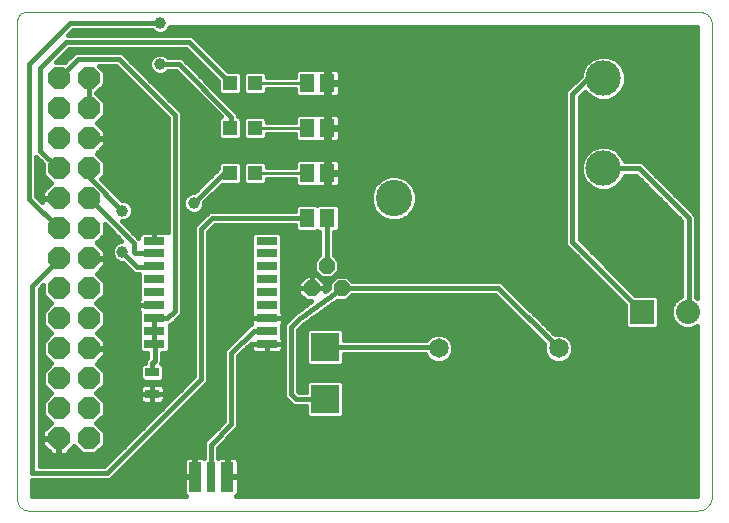
<source format=gtl>
G75*
%MOIN*%
%OFA0B0*%
%FSLAX24Y24*%
%IPPOS*%
%LPD*%
%AMOC8*
5,1,8,0,0,1.08239X$1,22.5*
%
%ADD10C,0.0000*%
%ADD11OC8,0.0740*%
%ADD12R,0.0709X0.0315*%
%ADD13R,0.0709X0.0276*%
%ADD14R,0.0315X0.0984*%
%ADD15R,0.0394X0.0984*%
%ADD16OC8,0.0520*%
%ADD17C,0.1181*%
%ADD18C,0.1210*%
%ADD19C,0.0650*%
%ADD20R,0.0945X0.0945*%
%ADD21R,0.0800X0.0800*%
%ADD22C,0.0800*%
%ADD23R,0.0472X0.0315*%
%ADD24R,0.0472X0.0472*%
%ADD25R,0.0512X0.0591*%
%ADD26C,0.0160*%
%ADD27C,0.0396*%
%ADD28C,0.0100*%
D10*
X001034Y008166D02*
X023358Y008166D01*
X023399Y008168D01*
X023440Y008173D01*
X023480Y008182D01*
X023519Y008194D01*
X023557Y008210D01*
X023594Y008229D01*
X023629Y008251D01*
X023661Y008276D01*
X023692Y008304D01*
X023720Y008335D01*
X023745Y008367D01*
X023767Y008402D01*
X023786Y008439D01*
X023802Y008477D01*
X023814Y008516D01*
X023823Y008556D01*
X023828Y008597D01*
X023830Y008638D01*
X023830Y024386D01*
X023828Y024424D01*
X023822Y024462D01*
X023813Y024500D01*
X023800Y024536D01*
X023784Y024570D01*
X023764Y024603D01*
X023741Y024634D01*
X023715Y024662D01*
X023687Y024688D01*
X023656Y024711D01*
X023623Y024731D01*
X023589Y024747D01*
X023553Y024760D01*
X023515Y024769D01*
X023477Y024775D01*
X023439Y024777D01*
X000954Y024777D01*
X000954Y024778D02*
X000923Y024776D01*
X000893Y024771D01*
X000864Y024763D01*
X000835Y024751D01*
X000808Y024736D01*
X000783Y024718D01*
X000760Y024698D01*
X000740Y024675D01*
X000722Y024650D01*
X000707Y024623D01*
X000695Y024594D01*
X000687Y024565D01*
X000682Y024535D01*
X000680Y024504D01*
X000680Y008520D01*
X000682Y008483D01*
X000688Y008446D01*
X000697Y008411D01*
X000711Y008376D01*
X000727Y008343D01*
X000748Y008312D01*
X000771Y008283D01*
X000797Y008257D01*
X000826Y008234D01*
X000857Y008213D01*
X000890Y008197D01*
X000925Y008183D01*
X000960Y008174D01*
X000997Y008168D01*
X001034Y008166D01*
D11*
X002060Y010576D03*
X003060Y010576D03*
X003060Y011576D03*
X002060Y011576D03*
X002060Y012576D03*
X003060Y012576D03*
X003060Y013576D03*
X002060Y013576D03*
X002060Y014576D03*
X003060Y014576D03*
X003060Y015576D03*
X002060Y015576D03*
X002060Y016576D03*
X003060Y016576D03*
X003060Y017576D03*
X002060Y017576D03*
X002060Y018576D03*
X003060Y018576D03*
X003060Y019576D03*
X002060Y019576D03*
X002060Y020576D03*
X003060Y020576D03*
X003060Y021576D03*
X002060Y021576D03*
X002060Y022576D03*
X003060Y022576D03*
D12*
X005251Y016735D03*
X005251Y016302D03*
X005251Y015869D03*
X005251Y015436D03*
X005251Y015003D03*
X005251Y014570D03*
X005251Y014137D03*
X008991Y014137D03*
X008991Y014570D03*
X008991Y015003D03*
X008991Y015436D03*
X008991Y015869D03*
X008991Y016302D03*
X008991Y016735D03*
D13*
X008991Y017149D03*
X008991Y013724D03*
X005251Y013724D03*
X005251Y017149D03*
D14*
X007130Y009286D03*
D15*
X006599Y009286D03*
X007681Y009286D03*
D16*
X010490Y015576D03*
X010990Y016326D03*
X011490Y015576D03*
D17*
X020214Y019573D03*
X020214Y022577D03*
D18*
X013222Y018573D03*
D19*
X014718Y013573D03*
X018718Y013573D03*
D20*
X010930Y013613D03*
X010930Y011880D03*
D21*
X021505Y014791D03*
D22*
X023023Y014791D03*
D23*
X005180Y012771D03*
X005180Y012062D03*
D24*
X007767Y019416D03*
X008593Y019416D03*
X008593Y020916D03*
X007767Y020916D03*
X007767Y022416D03*
X008593Y022416D03*
D25*
X010345Y022416D03*
X011015Y022416D03*
X011015Y020916D03*
X010345Y020916D03*
X010345Y019416D03*
X011015Y019416D03*
X011015Y017916D03*
X010345Y017916D03*
D26*
X007180Y017916D01*
X006805Y017541D01*
X006805Y012541D01*
X003680Y009416D01*
X001180Y009416D01*
X001180Y015666D01*
X002060Y016546D01*
X002060Y016576D01*
X001530Y015677D02*
X001530Y015357D01*
X001810Y015076D01*
X001530Y014796D01*
X001530Y014357D01*
X001810Y014076D01*
X001530Y013796D01*
X001530Y013357D01*
X001810Y013076D01*
X001530Y012796D01*
X001530Y012357D01*
X001810Y012076D01*
X001530Y011796D01*
X001530Y011357D01*
X001796Y011091D01*
X001510Y010804D01*
X001510Y010596D01*
X002040Y010596D01*
X002040Y010556D01*
X002080Y010556D01*
X002080Y010026D01*
X002288Y010026D01*
X002574Y010313D01*
X002840Y010046D01*
X003280Y010046D01*
X003590Y010357D01*
X003590Y010796D01*
X003310Y011076D01*
X003590Y011357D01*
X003590Y011796D01*
X003310Y012076D01*
X003590Y012357D01*
X003590Y012796D01*
X003324Y013062D01*
X003610Y013349D01*
X003610Y013556D01*
X003080Y013556D01*
X003080Y013596D01*
X003610Y013596D01*
X003610Y013804D01*
X003324Y014091D01*
X003590Y014357D01*
X003590Y014796D01*
X003310Y015076D01*
X003590Y015357D01*
X003590Y015796D01*
X003324Y016062D01*
X003610Y016349D01*
X003610Y016556D01*
X003080Y016556D01*
X003080Y016596D01*
X003610Y016596D01*
X003610Y016804D01*
X003324Y017091D01*
X003590Y017357D01*
X003590Y017707D01*
X004147Y017150D01*
X004109Y017150D01*
X003977Y017095D01*
X003876Y016994D01*
X003822Y016863D01*
X003822Y016720D01*
X003876Y016589D01*
X003977Y016488D01*
X004109Y016433D01*
X004199Y016433D01*
X004477Y016155D01*
X004544Y016088D01*
X004632Y016051D01*
X004737Y016051D01*
X004737Y015243D01*
X004729Y015230D01*
X004717Y015184D01*
X004717Y015003D01*
X004717Y014822D01*
X004729Y014776D01*
X004737Y014763D01*
X004737Y013519D01*
X004831Y013426D01*
X005015Y013426D01*
X005015Y013266D01*
X004977Y013227D01*
X004940Y013139D01*
X004940Y013088D01*
X004878Y013088D01*
X004784Y012995D01*
X004784Y012547D01*
X004878Y012453D01*
X005482Y012453D01*
X005576Y012547D01*
X005576Y012995D01*
X005482Y013088D01*
X005495Y013119D01*
X005495Y013426D01*
X005672Y013426D01*
X005766Y013519D01*
X005766Y014344D01*
X005819Y014366D01*
X006066Y014613D01*
X006133Y014680D01*
X006170Y014769D01*
X006170Y021389D01*
X007368Y021389D01*
X007454Y021303D02*
X007370Y021219D01*
X007370Y020614D01*
X007464Y020520D01*
X008069Y020520D01*
X008163Y020614D01*
X008163Y021219D01*
X008069Y021313D01*
X008045Y021313D01*
X008045Y021339D01*
X008008Y021427D01*
X007941Y021495D01*
X006191Y023245D01*
X006103Y023281D01*
X005696Y023281D01*
X005633Y023345D01*
X005501Y023400D01*
X005359Y023400D01*
X005227Y023345D01*
X005126Y023244D01*
X005072Y023113D01*
X005072Y022970D01*
X005126Y022839D01*
X005227Y022738D01*
X005359Y022683D01*
X005501Y022683D01*
X005633Y022738D01*
X005696Y022801D01*
X005956Y022801D01*
X007454Y021303D01*
X007382Y021230D02*
X006170Y021230D01*
X006170Y021072D02*
X007370Y021072D01*
X007370Y020913D02*
X006170Y020913D01*
X006170Y020755D02*
X007370Y020755D01*
X007388Y020596D02*
X006170Y020596D01*
X006170Y020438D02*
X018940Y020438D01*
X018940Y020596D02*
X011450Y020596D01*
X011451Y020597D02*
X011451Y020868D01*
X011063Y020868D01*
X011063Y020964D01*
X011451Y020964D01*
X011451Y021235D01*
X011438Y021281D01*
X011415Y021322D01*
X011381Y021356D01*
X011340Y021379D01*
X011294Y021392D01*
X011063Y021392D01*
X011063Y020964D01*
X010967Y020964D01*
X010967Y021392D01*
X010735Y021392D01*
X010689Y021379D01*
X010671Y021369D01*
X010668Y021372D01*
X010023Y021372D01*
X009929Y021278D01*
X009929Y021126D01*
X008990Y021126D01*
X008990Y021219D01*
X008896Y021313D01*
X008291Y021313D01*
X008197Y021219D01*
X008197Y020614D01*
X008291Y020520D01*
X008896Y020520D01*
X008990Y020614D01*
X008990Y020706D01*
X009929Y020706D01*
X009929Y020555D01*
X010023Y020461D01*
X010668Y020461D01*
X010671Y020464D01*
X010689Y020453D01*
X010735Y020441D01*
X010967Y020441D01*
X010967Y020868D01*
X011063Y020868D01*
X011063Y020441D01*
X011294Y020441D01*
X011340Y020453D01*
X011381Y020477D01*
X011415Y020511D01*
X011438Y020552D01*
X011451Y020597D01*
X011451Y020755D02*
X018940Y020755D01*
X018940Y020913D02*
X011063Y020913D01*
X011063Y020755D02*
X010967Y020755D01*
X010967Y020596D02*
X011063Y020596D01*
X011063Y021072D02*
X010967Y021072D01*
X010967Y021230D02*
X011063Y021230D01*
X011063Y021389D02*
X010967Y021389D01*
X010725Y021389D02*
X008024Y021389D01*
X008151Y021230D02*
X008209Y021230D01*
X008197Y021072D02*
X008163Y021072D01*
X008163Y020913D02*
X008197Y020913D01*
X008197Y020755D02*
X008163Y020755D01*
X008145Y020596D02*
X008215Y020596D01*
X007805Y020955D02*
X007767Y020916D01*
X007805Y020955D02*
X007805Y021291D01*
X006055Y023041D01*
X005430Y023041D01*
X005687Y023291D02*
X006553Y023291D01*
X006711Y023132D02*
X006303Y023132D01*
X006462Y022974D02*
X006870Y022974D01*
X007028Y022815D02*
X006620Y022815D01*
X006779Y022657D02*
X007187Y022657D01*
X007345Y022498D02*
X006937Y022498D01*
X007096Y022340D02*
X007370Y022340D01*
X007370Y022473D02*
X007370Y022114D01*
X007464Y022020D01*
X008069Y022020D01*
X008163Y022114D01*
X008163Y022719D01*
X008069Y022813D01*
X007710Y022813D01*
X006528Y023995D01*
X006439Y024031D01*
X002384Y024031D01*
X002529Y024176D01*
X005164Y024176D01*
X005227Y024113D01*
X005359Y024058D01*
X005501Y024058D01*
X005633Y024113D01*
X005734Y024214D01*
X005768Y024297D01*
X023350Y024297D01*
X023350Y015256D01*
X023340Y015266D01*
X023295Y015285D01*
X023295Y017964D01*
X023258Y018052D01*
X023191Y018120D01*
X021534Y019777D01*
X021446Y019813D01*
X020927Y019813D01*
X020850Y019998D01*
X020639Y020209D01*
X020363Y020324D01*
X020064Y020324D01*
X019789Y020209D01*
X019577Y019998D01*
X019463Y019722D01*
X019463Y019424D01*
X019577Y019148D01*
X019789Y018937D01*
X020064Y018823D01*
X020363Y018823D01*
X020639Y018937D01*
X020850Y019148D01*
X020927Y019333D01*
X021299Y019333D01*
X022815Y017817D01*
X022815Y015311D01*
X022706Y015266D01*
X022548Y015109D01*
X022463Y014903D01*
X022463Y014680D01*
X022548Y014474D01*
X022706Y014317D01*
X022912Y014231D01*
X023134Y014231D01*
X023340Y014317D01*
X023350Y014327D01*
X023350Y008646D01*
X007982Y008646D01*
X007989Y008650D01*
X008022Y008684D01*
X008046Y008725D01*
X008058Y008771D01*
X008058Y009268D01*
X007700Y009268D01*
X007700Y009305D01*
X008058Y009305D01*
X008058Y009802D01*
X008046Y009848D01*
X008022Y009889D01*
X007989Y009923D01*
X007948Y009946D01*
X007902Y009959D01*
X007700Y009959D01*
X007700Y009305D01*
X007663Y009305D01*
X007663Y009959D01*
X007461Y009959D01*
X007415Y009946D01*
X007374Y009923D01*
X007372Y009921D01*
X007370Y009922D01*
X007370Y010267D01*
X007941Y010838D01*
X008008Y010905D01*
X008045Y010994D01*
X008045Y013317D01*
X008457Y013729D01*
X008457Y013724D01*
X008991Y013724D01*
X008991Y013723D01*
X008991Y013723D01*
X008991Y013406D01*
X008613Y013406D01*
X008568Y013418D01*
X008526Y013442D01*
X008493Y013475D01*
X008469Y013516D01*
X008457Y013562D01*
X008457Y013723D01*
X008991Y013723D01*
X008991Y013406D01*
X009369Y013406D01*
X009415Y013418D01*
X009456Y013442D01*
X009490Y013475D01*
X009513Y013516D01*
X009526Y013562D01*
X009526Y013723D01*
X008991Y013723D01*
X008991Y013724D01*
X009526Y013724D01*
X009526Y013885D01*
X009513Y013931D01*
X009506Y013944D01*
X009506Y014330D01*
X009513Y014343D01*
X009526Y014389D01*
X009526Y014570D01*
X009526Y014751D01*
X009513Y014797D01*
X009506Y014810D01*
X009506Y017353D01*
X009412Y017446D01*
X008571Y017446D01*
X008477Y017353D01*
X008477Y014810D01*
X008469Y014797D01*
X008457Y014751D01*
X008457Y014570D01*
X008991Y014570D01*
X008991Y014570D01*
X008457Y014570D01*
X008457Y014389D01*
X008458Y014386D01*
X008419Y014370D01*
X008352Y014302D01*
X007602Y013552D01*
X007565Y013464D01*
X007045Y013464D01*
X007045Y013622D02*
X007672Y013622D01*
X007565Y013464D02*
X007565Y011141D01*
X006927Y010502D01*
X006890Y010414D01*
X006890Y009932D01*
X006865Y009946D01*
X006819Y009959D01*
X006617Y009959D01*
X006617Y009305D01*
X006580Y009305D01*
X006580Y009959D01*
X006378Y009959D01*
X006332Y009946D01*
X006291Y009923D01*
X006258Y009889D01*
X006234Y009848D01*
X006222Y009802D01*
X006222Y009305D01*
X006580Y009305D01*
X006580Y009268D01*
X006222Y009268D01*
X006222Y008771D01*
X006234Y008725D01*
X006258Y008684D01*
X006291Y008650D01*
X006298Y008646D01*
X001160Y008646D01*
X001160Y009176D01*
X003728Y009176D01*
X003816Y009213D01*
X006941Y012338D01*
X007008Y012405D01*
X007045Y012494D01*
X007045Y017442D01*
X007279Y017676D01*
X009929Y017676D01*
X009929Y017555D01*
X010023Y017461D01*
X010668Y017461D01*
X010680Y017474D01*
X010692Y017461D01*
X010750Y017461D01*
X010750Y016680D01*
X010570Y016500D01*
X010570Y016152D01*
X010816Y015906D01*
X011164Y015906D01*
X011410Y016152D01*
X011410Y016500D01*
X011230Y016680D01*
X011230Y017461D01*
X011337Y017461D01*
X011431Y017555D01*
X011431Y018278D01*
X011337Y018372D01*
X010692Y018372D01*
X010680Y018359D01*
X010668Y018372D01*
X010023Y018372D01*
X009929Y018278D01*
X009929Y018156D01*
X007132Y018156D01*
X007044Y018120D01*
X006977Y018052D01*
X006602Y017677D01*
X006565Y017589D01*
X006565Y012641D01*
X003581Y009656D01*
X001420Y009656D01*
X001420Y015567D01*
X001530Y015677D01*
X001530Y015524D02*
X001420Y015524D01*
X001420Y015366D02*
X001530Y015366D01*
X001420Y015207D02*
X001679Y015207D01*
X001783Y015049D02*
X001420Y015049D01*
X001420Y014890D02*
X001624Y014890D01*
X001530Y014732D02*
X001420Y014732D01*
X001420Y014573D02*
X001530Y014573D01*
X001530Y014415D02*
X001420Y014415D01*
X001420Y014256D02*
X001630Y014256D01*
X001789Y014098D02*
X001420Y014098D01*
X001420Y013939D02*
X001673Y013939D01*
X001530Y013781D02*
X001420Y013781D01*
X001420Y013622D02*
X001530Y013622D01*
X001530Y013464D02*
X001420Y013464D01*
X001420Y013305D02*
X001581Y013305D01*
X001740Y013147D02*
X001420Y013147D01*
X001420Y012988D02*
X001722Y012988D01*
X001564Y012830D02*
X001420Y012830D01*
X001420Y012671D02*
X001530Y012671D01*
X001530Y012513D02*
X001420Y012513D01*
X001420Y012354D02*
X001532Y012354D01*
X001420Y012196D02*
X001691Y012196D01*
X001771Y012037D02*
X001420Y012037D01*
X001420Y011879D02*
X001613Y011879D01*
X001530Y011720D02*
X001420Y011720D01*
X001420Y011562D02*
X001530Y011562D01*
X001530Y011403D02*
X001420Y011403D01*
X001420Y011245D02*
X001642Y011245D01*
X001792Y011086D02*
X001420Y011086D01*
X001420Y010928D02*
X001634Y010928D01*
X001510Y010769D02*
X001420Y010769D01*
X001420Y010611D02*
X001510Y010611D01*
X001510Y010556D02*
X001510Y010349D01*
X001832Y010026D01*
X002040Y010026D01*
X002040Y010556D01*
X001510Y010556D01*
X001510Y010452D02*
X001420Y010452D01*
X001420Y010294D02*
X001565Y010294D01*
X001420Y010135D02*
X001723Y010135D01*
X002040Y010135D02*
X002080Y010135D01*
X002080Y010294D02*
X002040Y010294D01*
X002040Y010452D02*
X002080Y010452D01*
X002397Y010135D02*
X002751Y010135D01*
X002593Y010294D02*
X002555Y010294D01*
X003369Y010135D02*
X004060Y010135D01*
X003901Y009977D02*
X001420Y009977D01*
X001420Y009818D02*
X003743Y009818D01*
X003584Y009660D02*
X001420Y009660D01*
X001160Y009026D02*
X006222Y009026D01*
X006222Y009184D02*
X003747Y009184D01*
X003946Y009343D02*
X006222Y009343D01*
X006222Y009501D02*
X004104Y009501D01*
X004263Y009660D02*
X006222Y009660D01*
X006226Y009818D02*
X004421Y009818D01*
X004580Y009977D02*
X006890Y009977D01*
X006890Y010135D02*
X004738Y010135D01*
X004897Y010294D02*
X006890Y010294D01*
X006906Y010452D02*
X005055Y010452D01*
X005214Y010611D02*
X007035Y010611D01*
X007194Y010769D02*
X005372Y010769D01*
X005531Y010928D02*
X007352Y010928D01*
X007511Y011086D02*
X005689Y011086D01*
X005848Y011245D02*
X007565Y011245D01*
X007565Y011403D02*
X006006Y011403D01*
X006165Y011562D02*
X007565Y011562D01*
X007565Y011720D02*
X006323Y011720D01*
X006482Y011879D02*
X007565Y011879D01*
X007565Y012037D02*
X006640Y012037D01*
X006799Y012196D02*
X007565Y012196D01*
X007565Y012354D02*
X006957Y012354D01*
X007045Y012513D02*
X007565Y012513D01*
X007565Y012671D02*
X007045Y012671D01*
X007045Y012830D02*
X007565Y012830D01*
X007565Y012988D02*
X007045Y012988D01*
X007045Y013147D02*
X007565Y013147D01*
X007565Y013305D02*
X007045Y013305D01*
X007045Y013781D02*
X007830Y013781D01*
X007989Y013939D02*
X007045Y013939D01*
X007045Y014098D02*
X008147Y014098D01*
X008306Y014256D02*
X007045Y014256D01*
X007045Y014415D02*
X008457Y014415D01*
X008457Y014573D02*
X007045Y014573D01*
X007045Y014732D02*
X008457Y014732D01*
X008477Y014890D02*
X007045Y014890D01*
X007045Y015049D02*
X008477Y015049D01*
X008477Y015207D02*
X007045Y015207D01*
X007045Y015366D02*
X008477Y015366D01*
X008477Y015524D02*
X007045Y015524D01*
X007045Y015683D02*
X008477Y015683D01*
X008477Y015841D02*
X007045Y015841D01*
X007045Y016000D02*
X008477Y016000D01*
X008477Y016158D02*
X007045Y016158D01*
X007045Y016317D02*
X008477Y016317D01*
X008477Y016475D02*
X007045Y016475D01*
X007045Y016634D02*
X008477Y016634D01*
X008477Y016792D02*
X007045Y016792D01*
X007045Y016951D02*
X008477Y016951D01*
X008477Y017109D02*
X007045Y017109D01*
X007045Y017268D02*
X008477Y017268D01*
X008551Y017426D02*
X007045Y017426D01*
X007188Y017585D02*
X009929Y017585D01*
X009506Y017268D02*
X010750Y017268D01*
X010750Y017426D02*
X009432Y017426D01*
X009506Y017109D02*
X010750Y017109D01*
X010750Y016951D02*
X009506Y016951D01*
X009506Y016792D02*
X010750Y016792D01*
X010704Y016634D02*
X009506Y016634D01*
X009506Y016475D02*
X010570Y016475D01*
X010570Y016317D02*
X009506Y016317D01*
X009506Y016158D02*
X010570Y016158D01*
X010490Y016016D02*
X010672Y016016D01*
X010930Y015759D01*
X010930Y015576D01*
X010490Y015576D01*
X010490Y015576D01*
X010050Y015576D01*
X010050Y015394D01*
X010308Y015136D01*
X010470Y015136D01*
X009937Y014752D01*
X009919Y014745D01*
X009899Y014725D01*
X009876Y014708D01*
X009866Y014691D01*
X009602Y014427D01*
X009565Y014339D01*
X009565Y011994D01*
X009602Y011905D01*
X009669Y011838D01*
X009830Y011677D01*
X009918Y011640D01*
X010298Y011640D01*
X010298Y011342D01*
X010391Y011248D01*
X011469Y011248D01*
X011562Y011342D01*
X011562Y012419D01*
X011469Y012513D01*
X010391Y012513D01*
X010298Y012419D01*
X010298Y012120D01*
X010066Y012120D01*
X010045Y012141D01*
X010045Y014192D01*
X010211Y014358D01*
X011318Y015156D01*
X011664Y015156D01*
X011844Y015336D01*
X016615Y015336D01*
X018247Y013704D01*
X018233Y013670D01*
X018233Y013477D01*
X018307Y013298D01*
X018443Y013162D01*
X018621Y013088D01*
X018814Y013088D01*
X018992Y013162D01*
X019129Y013298D01*
X019202Y013477D01*
X019202Y013670D01*
X019129Y013848D01*
X018992Y013984D01*
X018814Y014058D01*
X018621Y014058D01*
X018587Y014044D01*
X016850Y015780D01*
X016762Y015816D01*
X011844Y015816D01*
X011664Y015996D01*
X011316Y015996D01*
X011070Y015750D01*
X011070Y015569D01*
X010930Y015468D01*
X010930Y015576D01*
X010490Y015576D01*
X010490Y015576D01*
X010050Y015576D01*
X010050Y015759D01*
X010308Y016016D01*
X010490Y016016D01*
X010490Y015576D01*
X010490Y015576D01*
X010490Y016016D01*
X010490Y016000D02*
X010490Y016000D01*
X010490Y015841D02*
X010490Y015841D01*
X010490Y015683D02*
X010490Y015683D01*
X010689Y016000D02*
X010723Y016000D01*
X010847Y015841D02*
X011161Y015841D01*
X011070Y015683D02*
X010930Y015683D01*
X010930Y015524D02*
X011008Y015524D01*
X011490Y015576D02*
X016714Y015576D01*
X018718Y013573D01*
X018956Y013147D02*
X023350Y013147D01*
X023350Y013305D02*
X019132Y013305D01*
X019197Y013464D02*
X023350Y013464D01*
X023350Y013622D02*
X019202Y013622D01*
X019156Y013781D02*
X023350Y013781D01*
X023350Y013939D02*
X019037Y013939D01*
X018532Y014098D02*
X023350Y014098D01*
X023350Y014256D02*
X023195Y014256D01*
X022851Y014256D02*
X021996Y014256D01*
X021971Y014231D02*
X022065Y014325D01*
X022065Y015258D01*
X021971Y015351D01*
X021284Y015351D01*
X019420Y017216D01*
X019420Y021942D01*
X019604Y022126D01*
X019789Y021941D01*
X020064Y021826D01*
X020363Y021826D01*
X020639Y021941D01*
X020850Y022152D01*
X020964Y022428D01*
X020964Y022726D01*
X020850Y023002D01*
X020639Y023213D01*
X020363Y023328D01*
X020064Y023328D01*
X019789Y023213D01*
X019577Y023002D01*
X019463Y022726D01*
X019463Y022664D01*
X019044Y022245D01*
X018977Y022177D01*
X018940Y022089D01*
X018940Y017069D01*
X018977Y016980D01*
X020945Y015012D01*
X020945Y014325D01*
X021039Y014231D01*
X021971Y014231D01*
X022065Y014415D02*
X022607Y014415D01*
X022507Y014573D02*
X022065Y014573D01*
X022065Y014732D02*
X022463Y014732D01*
X022463Y014890D02*
X022065Y014890D01*
X022065Y015049D02*
X022523Y015049D01*
X022647Y015207D02*
X022065Y015207D01*
X021505Y014791D02*
X019180Y017116D01*
X019180Y022041D01*
X019716Y022577D01*
X020214Y022577D01*
X019706Y022023D02*
X019501Y022023D01*
X019420Y021864D02*
X019973Y021864D01*
X020455Y021864D02*
X023350Y021864D01*
X023350Y021706D02*
X019420Y021706D01*
X019420Y021547D02*
X023350Y021547D01*
X023350Y021389D02*
X019420Y021389D01*
X019420Y021230D02*
X023350Y021230D01*
X023350Y021072D02*
X019420Y021072D01*
X019420Y020913D02*
X023350Y020913D01*
X023350Y020755D02*
X019420Y020755D01*
X019420Y020596D02*
X023350Y020596D01*
X023350Y020438D02*
X019420Y020438D01*
X019420Y020279D02*
X019958Y020279D01*
X019700Y020121D02*
X019420Y020121D01*
X019420Y019962D02*
X019563Y019962D01*
X019497Y019804D02*
X019420Y019804D01*
X019420Y019645D02*
X019463Y019645D01*
X019463Y019487D02*
X019420Y019487D01*
X019420Y019328D02*
X019503Y019328D01*
X019568Y019170D02*
X019420Y019170D01*
X019420Y019011D02*
X019714Y019011D01*
X019991Y018853D02*
X019420Y018853D01*
X019420Y018694D02*
X021938Y018694D01*
X022096Y018536D02*
X019420Y018536D01*
X019420Y018377D02*
X022255Y018377D01*
X022413Y018219D02*
X019420Y018219D01*
X019420Y018060D02*
X022572Y018060D01*
X022730Y017902D02*
X019420Y017902D01*
X019420Y017743D02*
X022815Y017743D01*
X022815Y017585D02*
X019420Y017585D01*
X019420Y017426D02*
X022815Y017426D01*
X022815Y017268D02*
X019420Y017268D01*
X019526Y017109D02*
X022815Y017109D01*
X022815Y016951D02*
X019685Y016951D01*
X019843Y016792D02*
X022815Y016792D01*
X022815Y016634D02*
X020002Y016634D01*
X020160Y016475D02*
X022815Y016475D01*
X022815Y016317D02*
X020319Y016317D01*
X020477Y016158D02*
X022815Y016158D01*
X022815Y016000D02*
X020636Y016000D01*
X020794Y015841D02*
X022815Y015841D01*
X022815Y015683D02*
X020953Y015683D01*
X021111Y015524D02*
X022815Y015524D01*
X022815Y015366D02*
X021270Y015366D01*
X020908Y015049D02*
X017581Y015049D01*
X017423Y015207D02*
X020750Y015207D01*
X020591Y015366D02*
X017264Y015366D01*
X017106Y015524D02*
X020433Y015524D01*
X020274Y015683D02*
X016947Y015683D01*
X016744Y015207D02*
X011715Y015207D01*
X011490Y015576D02*
X010055Y014541D01*
X009805Y014291D01*
X009805Y012041D01*
X009966Y011880D01*
X010930Y011880D01*
X010298Y012196D02*
X010045Y012196D01*
X010045Y012354D02*
X010298Y012354D01*
X010045Y012513D02*
X023350Y012513D01*
X023350Y012671D02*
X010045Y012671D01*
X010045Y012830D02*
X023350Y012830D01*
X023350Y012988D02*
X011477Y012988D01*
X011469Y012980D02*
X011562Y013074D01*
X011562Y013373D01*
X014276Y013373D01*
X014307Y013298D01*
X014443Y013162D01*
X014621Y013088D01*
X014814Y013088D01*
X014992Y013162D01*
X015129Y013298D01*
X015202Y013477D01*
X015202Y013670D01*
X015129Y013848D01*
X014992Y013984D01*
X014814Y014058D01*
X014621Y014058D01*
X014443Y013984D01*
X014311Y013853D01*
X011562Y013853D01*
X011562Y014151D01*
X011469Y014245D01*
X010391Y014245D01*
X010298Y014151D01*
X010298Y013074D01*
X010391Y012980D01*
X011469Y012980D01*
X011562Y013147D02*
X014480Y013147D01*
X014304Y013305D02*
X011562Y013305D01*
X011562Y013939D02*
X014398Y013939D01*
X014678Y013613D02*
X014718Y013573D01*
X014678Y013613D02*
X010930Y013613D01*
X010298Y013622D02*
X010045Y013622D01*
X010045Y013464D02*
X010298Y013464D01*
X010298Y013305D02*
X010045Y013305D01*
X010045Y013147D02*
X010298Y013147D01*
X010383Y012988D02*
X010045Y012988D01*
X009565Y012988D02*
X008045Y012988D01*
X008045Y012830D02*
X009565Y012830D01*
X009565Y012671D02*
X008045Y012671D01*
X008045Y012513D02*
X009565Y012513D01*
X009565Y012354D02*
X008045Y012354D01*
X008045Y012196D02*
X009565Y012196D01*
X009565Y012037D02*
X008045Y012037D01*
X008045Y011879D02*
X009628Y011879D01*
X009787Y011720D02*
X008045Y011720D01*
X008045Y011562D02*
X010298Y011562D01*
X010298Y011403D02*
X008045Y011403D01*
X008045Y011245D02*
X023350Y011245D01*
X023350Y011403D02*
X011562Y011403D01*
X011562Y011562D02*
X023350Y011562D01*
X023350Y011720D02*
X011562Y011720D01*
X011562Y011879D02*
X023350Y011879D01*
X023350Y012037D02*
X011562Y012037D01*
X011562Y012196D02*
X023350Y012196D01*
X023350Y012354D02*
X011562Y012354D01*
X010298Y013781D02*
X010045Y013781D01*
X010045Y013939D02*
X010298Y013939D01*
X010298Y014098D02*
X010045Y014098D01*
X010109Y014256D02*
X017695Y014256D01*
X017853Y014098D02*
X011562Y014098D01*
X010729Y014732D02*
X017219Y014732D01*
X017061Y014890D02*
X010949Y014890D01*
X011169Y015049D02*
X016902Y015049D01*
X017378Y014573D02*
X010510Y014573D01*
X010290Y014415D02*
X017536Y014415D01*
X017898Y014732D02*
X020945Y014732D01*
X020945Y014890D02*
X017740Y014890D01*
X018057Y014573D02*
X020945Y014573D01*
X020945Y014415D02*
X018215Y014415D01*
X018374Y014256D02*
X021014Y014256D01*
X020116Y015841D02*
X011819Y015841D01*
X011410Y016158D02*
X019799Y016158D01*
X019957Y016000D02*
X011257Y016000D01*
X011410Y016317D02*
X019640Y016317D01*
X019482Y016475D02*
X011410Y016475D01*
X011276Y016634D02*
X019323Y016634D01*
X019165Y016792D02*
X011230Y016792D01*
X011230Y016951D02*
X019006Y016951D01*
X018940Y017109D02*
X011230Y017109D01*
X011230Y017268D02*
X018940Y017268D01*
X018940Y017426D02*
X011230Y017426D01*
X011431Y017585D02*
X018940Y017585D01*
X018940Y017743D02*
X011431Y017743D01*
X011431Y017902D02*
X012843Y017902D01*
X012788Y017925D02*
X012573Y018140D01*
X012457Y018421D01*
X012457Y018725D01*
X012573Y019006D01*
X012788Y019222D01*
X013069Y019338D01*
X013374Y019338D01*
X013655Y019222D01*
X013870Y019006D01*
X013987Y018725D01*
X013987Y018421D01*
X013870Y018140D01*
X013655Y017925D01*
X013374Y017808D01*
X013069Y017808D01*
X012788Y017925D01*
X012652Y018060D02*
X011431Y018060D01*
X011431Y018219D02*
X012540Y018219D01*
X012475Y018377D02*
X006913Y018377D01*
X006913Y018345D02*
X006913Y018435D01*
X007498Y019020D01*
X008069Y019020D01*
X008163Y019114D01*
X008163Y019719D01*
X008069Y019813D01*
X007464Y019813D01*
X007370Y019719D01*
X007370Y019571D01*
X006574Y018775D01*
X006484Y018775D01*
X006352Y018720D01*
X006251Y018619D01*
X006197Y018488D01*
X006197Y018345D01*
X006251Y018214D01*
X006352Y018113D01*
X006484Y018058D01*
X006626Y018058D01*
X006758Y018113D01*
X006859Y018214D01*
X006913Y018345D01*
X006861Y018219D02*
X009929Y018219D01*
X010023Y018961D02*
X009929Y019055D01*
X009929Y019206D01*
X008990Y019206D01*
X008990Y019114D01*
X008896Y019020D01*
X008291Y019020D01*
X008197Y019114D01*
X008197Y019719D01*
X008291Y019813D01*
X008896Y019813D01*
X008990Y019719D01*
X008990Y019626D01*
X009929Y019626D01*
X009929Y019778D01*
X010023Y019872D01*
X010668Y019872D01*
X010671Y019869D01*
X010689Y019879D01*
X010735Y019892D01*
X010967Y019892D01*
X010967Y019464D01*
X011063Y019464D01*
X011451Y019464D01*
X011451Y019735D01*
X011438Y019781D01*
X011415Y019822D01*
X011381Y019856D01*
X011340Y019879D01*
X011294Y019892D01*
X011063Y019892D01*
X011063Y019464D01*
X011063Y019368D01*
X011451Y019368D01*
X011451Y019097D01*
X011438Y019052D01*
X011415Y019011D01*
X012578Y019011D01*
X012509Y018853D02*
X007331Y018853D01*
X007489Y019011D02*
X009973Y019011D01*
X010023Y018961D02*
X010668Y018961D01*
X010671Y018964D01*
X010689Y018953D01*
X010735Y018941D01*
X010967Y018941D01*
X010967Y019368D01*
X011063Y019368D01*
X011063Y018941D01*
X011294Y018941D01*
X011340Y018953D01*
X011381Y018977D01*
X011415Y019011D01*
X011451Y019170D02*
X012737Y019170D01*
X013046Y019328D02*
X011451Y019328D01*
X011451Y019487D02*
X018940Y019487D01*
X018940Y019645D02*
X011451Y019645D01*
X011425Y019804D02*
X018940Y019804D01*
X018940Y019962D02*
X006170Y019962D01*
X006170Y019804D02*
X007455Y019804D01*
X007370Y019645D02*
X006170Y019645D01*
X006170Y019487D02*
X007286Y019487D01*
X007128Y019328D02*
X006170Y019328D01*
X006170Y019170D02*
X006969Y019170D01*
X006811Y019011D02*
X006170Y019011D01*
X006170Y018853D02*
X006652Y018853D01*
X006555Y018416D02*
X007555Y019416D01*
X007767Y019416D01*
X008163Y019487D02*
X008197Y019487D01*
X008197Y019645D02*
X008163Y019645D01*
X008078Y019804D02*
X008282Y019804D01*
X008197Y019328D02*
X008163Y019328D01*
X008163Y019170D02*
X008197Y019170D01*
X008990Y019170D02*
X009929Y019170D01*
X009929Y019645D02*
X008990Y019645D01*
X008905Y019804D02*
X009955Y019804D01*
X009929Y020596D02*
X008972Y020596D01*
X008978Y021230D02*
X009929Y021230D01*
X010023Y021961D02*
X009929Y022055D01*
X009929Y022206D01*
X008990Y022206D01*
X008990Y022114D01*
X008896Y022020D01*
X008291Y022020D01*
X008197Y022114D01*
X008197Y022719D01*
X008291Y022813D01*
X008896Y022813D01*
X008990Y022719D01*
X008990Y022626D01*
X009929Y022626D01*
X009929Y022778D01*
X010023Y022872D01*
X010668Y022872D01*
X010671Y022869D01*
X010689Y022879D01*
X010735Y022892D01*
X010967Y022892D01*
X010967Y022464D01*
X011063Y022464D01*
X011451Y022464D01*
X011451Y022735D01*
X011438Y022781D01*
X011415Y022822D01*
X011381Y022856D01*
X011340Y022879D01*
X011294Y022892D01*
X011063Y022892D01*
X011063Y022464D01*
X011063Y022368D01*
X011451Y022368D01*
X011451Y022097D01*
X011438Y022052D01*
X011415Y022011D01*
X011381Y021977D01*
X011340Y021953D01*
X011294Y021941D01*
X011063Y021941D01*
X011063Y022368D01*
X010967Y022368D01*
X010967Y021941D01*
X010735Y021941D01*
X010689Y021953D01*
X010671Y021964D01*
X010668Y021961D01*
X010023Y021961D01*
X009961Y022023D02*
X008899Y022023D01*
X008990Y022181D02*
X009929Y022181D01*
X009929Y022657D02*
X008990Y022657D01*
X008288Y022023D02*
X008072Y022023D01*
X008163Y022181D02*
X008197Y022181D01*
X008197Y022340D02*
X008163Y022340D01*
X008163Y022498D02*
X008197Y022498D01*
X008197Y022657D02*
X008163Y022657D01*
X007767Y022416D02*
X006392Y023791D01*
X002305Y023791D01*
X001430Y022916D01*
X001430Y020166D01*
X002020Y019576D01*
X002060Y019576D01*
X001717Y019170D02*
X001295Y019170D01*
X001295Y019328D02*
X001558Y019328D01*
X001530Y019357D02*
X001796Y019091D01*
X001510Y018804D01*
X001510Y018596D01*
X002040Y018596D01*
X002040Y018556D01*
X001510Y018556D01*
X001510Y018437D01*
X001295Y018644D01*
X001295Y019962D01*
X001530Y019727D01*
X001530Y019357D01*
X001530Y019487D02*
X001295Y019487D01*
X001295Y019645D02*
X001530Y019645D01*
X001453Y019804D02*
X001295Y019804D01*
X001295Y019011D02*
X001717Y019011D01*
X001559Y018853D02*
X001295Y018853D01*
X001295Y018694D02*
X001510Y018694D01*
X001510Y018536D02*
X001407Y018536D01*
X001055Y018541D02*
X001055Y023041D01*
X002430Y024416D01*
X005430Y024416D01*
X005562Y024083D02*
X023350Y024083D01*
X023350Y023925D02*
X006597Y023925D01*
X006756Y023766D02*
X023350Y023766D01*
X023350Y023608D02*
X006914Y023608D01*
X007073Y023449D02*
X023350Y023449D01*
X023350Y023291D02*
X020451Y023291D01*
X019976Y023291D02*
X007231Y023291D01*
X007390Y023132D02*
X019708Y023132D01*
X019566Y022974D02*
X007549Y022974D01*
X007707Y022815D02*
X009967Y022815D01*
X010967Y022815D02*
X011063Y022815D01*
X011063Y022657D02*
X010967Y022657D01*
X010967Y022498D02*
X011063Y022498D01*
X011063Y022340D02*
X010967Y022340D01*
X010967Y022181D02*
X011063Y022181D01*
X011063Y022023D02*
X010967Y022023D01*
X011422Y022023D02*
X018940Y022023D01*
X018940Y021864D02*
X007571Y021864D01*
X007461Y022023D02*
X007413Y022023D01*
X007370Y022181D02*
X007254Y022181D01*
X006893Y021864D02*
X005746Y021864D01*
X005905Y021706D02*
X007051Y021706D01*
X007210Y021547D02*
X006063Y021547D01*
X006133Y021477D02*
X006170Y021389D01*
X006133Y021477D02*
X004258Y023352D01*
X004191Y023420D01*
X004103Y023456D01*
X002652Y023456D01*
X002564Y023420D01*
X002251Y023106D01*
X001959Y023106D01*
X002404Y023551D01*
X006292Y023551D01*
X007370Y022473D01*
X006734Y022023D02*
X005588Y022023D01*
X005429Y022181D02*
X006576Y022181D01*
X006417Y022340D02*
X005271Y022340D01*
X005112Y022498D02*
X006259Y022498D01*
X006100Y022657D02*
X004954Y022657D01*
X004795Y022815D02*
X005150Y022815D01*
X005072Y022974D02*
X004637Y022974D01*
X004478Y023132D02*
X005080Y023132D01*
X005173Y023291D02*
X004320Y023291D01*
X004120Y023449D02*
X006394Y023449D01*
X005745Y024242D02*
X023350Y024242D01*
X023350Y023132D02*
X020720Y023132D01*
X020862Y022974D02*
X023350Y022974D01*
X023350Y022815D02*
X020927Y022815D01*
X020964Y022657D02*
X023350Y022657D01*
X023350Y022498D02*
X020964Y022498D01*
X020928Y022340D02*
X023350Y022340D01*
X023350Y022181D02*
X020862Y022181D01*
X020721Y022023D02*
X023350Y022023D01*
X023350Y020279D02*
X020470Y020279D01*
X020727Y020121D02*
X023350Y020121D01*
X023350Y019962D02*
X020865Y019962D01*
X021398Y019573D02*
X023055Y017916D01*
X023055Y014823D01*
X023023Y014791D01*
X023295Y015366D02*
X023350Y015366D01*
X023350Y015524D02*
X023295Y015524D01*
X023295Y015683D02*
X023350Y015683D01*
X023350Y015841D02*
X023295Y015841D01*
X023295Y016000D02*
X023350Y016000D01*
X023350Y016158D02*
X023295Y016158D01*
X023295Y016317D02*
X023350Y016317D01*
X023350Y016475D02*
X023295Y016475D01*
X023295Y016634D02*
X023350Y016634D01*
X023350Y016792D02*
X023295Y016792D01*
X023295Y016951D02*
X023350Y016951D01*
X023350Y017109D02*
X023295Y017109D01*
X023295Y017268D02*
X023350Y017268D01*
X023350Y017426D02*
X023295Y017426D01*
X023295Y017585D02*
X023350Y017585D01*
X023350Y017743D02*
X023295Y017743D01*
X023295Y017902D02*
X023350Y017902D01*
X023350Y018060D02*
X023250Y018060D01*
X023350Y018219D02*
X023092Y018219D01*
X022933Y018377D02*
X023350Y018377D01*
X023350Y018536D02*
X022775Y018536D01*
X022616Y018694D02*
X023350Y018694D01*
X023350Y018853D02*
X022458Y018853D01*
X022299Y019011D02*
X023350Y019011D01*
X023350Y019170D02*
X022141Y019170D01*
X021982Y019328D02*
X023350Y019328D01*
X023350Y019487D02*
X021824Y019487D01*
X021665Y019645D02*
X023350Y019645D01*
X023350Y019804D02*
X021468Y019804D01*
X021398Y019573D02*
X020214Y019573D01*
X020713Y019011D02*
X021621Y019011D01*
X021779Y018853D02*
X020436Y018853D01*
X020859Y019170D02*
X021462Y019170D01*
X021304Y019328D02*
X020925Y019328D01*
X018940Y019328D02*
X013397Y019328D01*
X013707Y019170D02*
X018940Y019170D01*
X018940Y019011D02*
X013865Y019011D01*
X013934Y018853D02*
X018940Y018853D01*
X018940Y018694D02*
X013987Y018694D01*
X013987Y018536D02*
X018940Y018536D01*
X018940Y018377D02*
X013969Y018377D01*
X013903Y018219D02*
X018940Y018219D01*
X018940Y018060D02*
X013791Y018060D01*
X013600Y017902D02*
X018940Y017902D01*
X018940Y020121D02*
X006170Y020121D01*
X006170Y020279D02*
X018940Y020279D01*
X018940Y021072D02*
X011451Y021072D01*
X011451Y021230D02*
X018940Y021230D01*
X018940Y021389D02*
X011305Y021389D01*
X011451Y022181D02*
X018981Y022181D01*
X019139Y022340D02*
X011451Y022340D01*
X011451Y022498D02*
X019298Y022498D01*
X019456Y022657D02*
X011451Y022657D01*
X011418Y022815D02*
X019500Y022815D01*
X018940Y021706D02*
X007730Y021706D01*
X007888Y021547D02*
X018940Y021547D01*
X012457Y018694D02*
X007172Y018694D01*
X007014Y018536D02*
X012457Y018536D01*
X011063Y019011D02*
X010967Y019011D01*
X010967Y019170D02*
X011063Y019170D01*
X011063Y019328D02*
X010967Y019328D01*
X010967Y019487D02*
X011063Y019487D01*
X011063Y019645D02*
X010967Y019645D01*
X010967Y019804D02*
X011063Y019804D01*
X011015Y017916D02*
X010990Y017916D01*
X010990Y016326D01*
X010291Y016000D02*
X009506Y016000D01*
X009506Y015841D02*
X010133Y015841D01*
X010050Y015683D02*
X009506Y015683D01*
X009506Y015524D02*
X010050Y015524D01*
X010078Y015366D02*
X009506Y015366D01*
X009506Y015207D02*
X010237Y015207D01*
X010348Y015049D02*
X009506Y015049D01*
X009506Y014890D02*
X010129Y014890D01*
X009906Y014732D02*
X009526Y014732D01*
X009526Y014573D02*
X009748Y014573D01*
X009596Y014415D02*
X009526Y014415D01*
X009526Y014570D02*
X008991Y014570D01*
X009526Y014570D01*
X009506Y014256D02*
X009565Y014256D01*
X009565Y014098D02*
X009506Y014098D01*
X009508Y013939D02*
X009565Y013939D01*
X009565Y013781D02*
X009526Y013781D01*
X009526Y013622D02*
X009565Y013622D01*
X009565Y013464D02*
X009478Y013464D01*
X009565Y013305D02*
X008045Y013305D01*
X008045Y013147D02*
X009565Y013147D01*
X008991Y013464D02*
X008991Y013464D01*
X008991Y013622D02*
X008991Y013622D01*
X008504Y013464D02*
X008192Y013464D01*
X008350Y013622D02*
X008457Y013622D01*
X008555Y014166D02*
X008962Y014166D01*
X008991Y014137D01*
X008991Y014570D02*
X008991Y014570D01*
X008555Y014166D02*
X007805Y013416D01*
X007805Y011041D01*
X007130Y010366D01*
X007130Y009286D01*
X006617Y009343D02*
X006580Y009343D01*
X006580Y009501D02*
X006617Y009501D01*
X006617Y009660D02*
X006580Y009660D01*
X006580Y009818D02*
X006617Y009818D01*
X007370Y009977D02*
X023350Y009977D01*
X023350Y010135D02*
X007370Y010135D01*
X007397Y010294D02*
X023350Y010294D01*
X023350Y010452D02*
X007555Y010452D01*
X007714Y010611D02*
X023350Y010611D01*
X023350Y010769D02*
X007872Y010769D01*
X008018Y010928D02*
X023350Y010928D01*
X023350Y011086D02*
X008045Y011086D01*
X008054Y009818D02*
X023350Y009818D01*
X023350Y009660D02*
X008058Y009660D01*
X008058Y009501D02*
X023350Y009501D01*
X023350Y009343D02*
X008058Y009343D01*
X008058Y009184D02*
X023350Y009184D01*
X023350Y009026D02*
X008058Y009026D01*
X008058Y008867D02*
X023350Y008867D01*
X023350Y008709D02*
X008037Y008709D01*
X007700Y009343D02*
X007663Y009343D01*
X007663Y009501D02*
X007700Y009501D01*
X007700Y009660D02*
X007663Y009660D01*
X007663Y009818D02*
X007700Y009818D01*
X006222Y008867D02*
X001160Y008867D01*
X001160Y008709D02*
X006243Y008709D01*
X004377Y010452D02*
X003590Y010452D01*
X003590Y010611D02*
X004535Y010611D01*
X004694Y010769D02*
X003590Y010769D01*
X003458Y010928D02*
X004852Y010928D01*
X005011Y011086D02*
X003320Y011086D01*
X003478Y011245D02*
X005169Y011245D01*
X005328Y011403D02*
X003590Y011403D01*
X003590Y011562D02*
X005486Y011562D01*
X005440Y011725D02*
X005180Y011725D01*
X005180Y012062D01*
X005180Y012062D01*
X005180Y011725D01*
X004920Y011725D01*
X004874Y011737D01*
X004833Y011761D01*
X004800Y011794D01*
X004776Y011835D01*
X004764Y011881D01*
X004764Y012062D01*
X005180Y012062D01*
X005180Y012062D01*
X005596Y012062D01*
X005596Y011881D01*
X005584Y011835D01*
X005560Y011794D01*
X005527Y011761D01*
X005486Y011737D01*
X005440Y011725D01*
X005645Y011720D02*
X003590Y011720D01*
X003507Y011879D02*
X004764Y011879D01*
X004764Y012037D02*
X003349Y012037D01*
X003429Y012196D02*
X004764Y012196D01*
X004764Y012243D02*
X004764Y012062D01*
X005180Y012062D01*
X005180Y012062D01*
X005596Y012062D01*
X005596Y012243D01*
X005584Y012289D01*
X005560Y012330D01*
X005527Y012364D01*
X005486Y012387D01*
X005440Y012400D01*
X005180Y012400D01*
X004920Y012400D01*
X004874Y012387D01*
X004833Y012364D01*
X004800Y012330D01*
X004776Y012289D01*
X004764Y012243D01*
X004824Y012354D02*
X003588Y012354D01*
X003590Y012513D02*
X004818Y012513D01*
X004784Y012671D02*
X003590Y012671D01*
X003556Y012830D02*
X004784Y012830D01*
X004784Y012988D02*
X003398Y012988D01*
X003408Y013147D02*
X004943Y013147D01*
X005015Y013305D02*
X003567Y013305D01*
X003610Y013464D02*
X004792Y013464D01*
X004737Y013622D02*
X003610Y013622D01*
X003610Y013781D02*
X004737Y013781D01*
X004737Y013939D02*
X003475Y013939D01*
X003331Y014098D02*
X004737Y014098D01*
X004737Y014256D02*
X003490Y014256D01*
X003590Y014415D02*
X004737Y014415D01*
X004737Y014573D02*
X003590Y014573D01*
X003590Y014732D02*
X004737Y014732D01*
X004717Y014890D02*
X003496Y014890D01*
X003337Y015049D02*
X004717Y015049D01*
X004717Y015003D02*
X005251Y015003D01*
X004717Y015003D01*
X004723Y015207D02*
X003441Y015207D01*
X003590Y015366D02*
X004737Y015366D01*
X004737Y015524D02*
X003590Y015524D01*
X003590Y015683D02*
X004737Y015683D01*
X004737Y015841D02*
X003545Y015841D01*
X003386Y016000D02*
X004737Y016000D01*
X004680Y016291D02*
X005240Y016291D01*
X005251Y016302D01*
X005251Y016735D02*
X004611Y016735D01*
X004555Y016791D01*
X004555Y017081D01*
X003060Y018576D01*
X003060Y019286D02*
X004180Y018166D01*
X004161Y018525D02*
X003459Y019226D01*
X003590Y019357D01*
X003590Y019796D01*
X003324Y020062D01*
X003610Y020349D01*
X003610Y020556D01*
X003080Y020556D01*
X003080Y020596D01*
X003610Y020596D01*
X003610Y020804D01*
X003324Y021091D01*
X003590Y021357D01*
X003590Y021796D01*
X003310Y022076D01*
X003590Y022357D01*
X003590Y022796D01*
X003410Y022976D01*
X003956Y022976D01*
X005690Y021242D01*
X005690Y017446D01*
X005675Y017454D01*
X005629Y017466D01*
X005251Y017466D01*
X004873Y017466D01*
X004827Y017454D01*
X004786Y017431D01*
X004753Y017397D01*
X004729Y017356D01*
X004717Y017310D01*
X004717Y017259D01*
X004691Y017285D01*
X004168Y017808D01*
X004251Y017808D01*
X004383Y017863D01*
X004484Y017964D01*
X004538Y018095D01*
X004538Y018238D01*
X004484Y018369D01*
X004383Y018470D01*
X004251Y018525D01*
X004161Y018525D01*
X004150Y018536D02*
X005690Y018536D01*
X005690Y018694D02*
X003991Y018694D01*
X003833Y018853D02*
X005690Y018853D01*
X005690Y019011D02*
X003674Y019011D01*
X003516Y019170D02*
X005690Y019170D01*
X005690Y019328D02*
X003562Y019328D01*
X003590Y019487D02*
X005690Y019487D01*
X005690Y019645D02*
X003590Y019645D01*
X003582Y019804D02*
X005690Y019804D01*
X005690Y019962D02*
X003424Y019962D01*
X003382Y020121D02*
X005690Y020121D01*
X005690Y020279D02*
X003541Y020279D01*
X003610Y020438D02*
X005690Y020438D01*
X005690Y020596D02*
X003610Y020596D01*
X003610Y020755D02*
X005690Y020755D01*
X005690Y020913D02*
X003501Y020913D01*
X003342Y021072D02*
X005690Y021072D01*
X005690Y021230D02*
X003464Y021230D01*
X003590Y021389D02*
X005543Y021389D01*
X005385Y021547D02*
X003590Y021547D01*
X003590Y021706D02*
X005226Y021706D01*
X005068Y021864D02*
X003522Y021864D01*
X003363Y022023D02*
X004909Y022023D01*
X004751Y022181D02*
X003415Y022181D01*
X003573Y022340D02*
X004592Y022340D01*
X004434Y022498D02*
X003590Y022498D01*
X003590Y022657D02*
X004275Y022657D01*
X004117Y022815D02*
X003571Y022815D01*
X003412Y022974D02*
X003958Y022974D01*
X004055Y023216D02*
X002700Y023216D01*
X002060Y022576D01*
X001985Y023132D02*
X002277Y023132D01*
X002144Y023291D02*
X002435Y023291D01*
X002302Y023449D02*
X002635Y023449D01*
X002436Y024083D02*
X005298Y024083D01*
X004055Y023216D02*
X005930Y021341D01*
X005930Y014816D01*
X005684Y014570D01*
X005251Y014570D01*
X005251Y014137D01*
X005251Y013724D01*
X005255Y013720D01*
X005255Y013166D01*
X005180Y013091D01*
X005180Y012771D01*
X005180Y012400D02*
X005180Y012062D01*
X005180Y012062D01*
X005180Y012400D01*
X005180Y012354D02*
X005180Y012354D01*
X005180Y012196D02*
X005180Y012196D01*
X005180Y012037D02*
X005180Y012037D01*
X005180Y011879D02*
X005180Y011879D01*
X005596Y011879D02*
X005803Y011879D01*
X005962Y012037D02*
X005596Y012037D01*
X005596Y012196D02*
X006120Y012196D01*
X006279Y012354D02*
X005536Y012354D01*
X005542Y012513D02*
X006437Y012513D01*
X006565Y012671D02*
X005576Y012671D01*
X005576Y012830D02*
X006565Y012830D01*
X006565Y012988D02*
X005576Y012988D01*
X005482Y013088D02*
X005482Y013088D01*
X005495Y013147D02*
X006565Y013147D01*
X006565Y013305D02*
X005495Y013305D01*
X005710Y013464D02*
X006565Y013464D01*
X006565Y013622D02*
X005766Y013622D01*
X005766Y013781D02*
X006565Y013781D01*
X006565Y013939D02*
X005766Y013939D01*
X005766Y014098D02*
X006565Y014098D01*
X006565Y014256D02*
X005766Y014256D01*
X005868Y014415D02*
X006565Y014415D01*
X006565Y014573D02*
X006026Y014573D01*
X006155Y014732D02*
X006565Y014732D01*
X006565Y014890D02*
X006170Y014890D01*
X006170Y015049D02*
X006565Y015049D01*
X006565Y015207D02*
X006170Y015207D01*
X006170Y015366D02*
X006565Y015366D01*
X006565Y015524D02*
X006170Y015524D01*
X006170Y015683D02*
X006565Y015683D01*
X006565Y015841D02*
X006170Y015841D01*
X006170Y016000D02*
X006565Y016000D01*
X006565Y016158D02*
X006170Y016158D01*
X006170Y016317D02*
X006565Y016317D01*
X006565Y016475D02*
X006170Y016475D01*
X006170Y016634D02*
X006565Y016634D01*
X006565Y016792D02*
X006170Y016792D01*
X006170Y016951D02*
X006565Y016951D01*
X006565Y017109D02*
X006170Y017109D01*
X006170Y017268D02*
X006565Y017268D01*
X006565Y017426D02*
X006170Y017426D01*
X006170Y017585D02*
X006565Y017585D01*
X006668Y017743D02*
X006170Y017743D01*
X006170Y017902D02*
X006826Y017902D01*
X006985Y018060D02*
X006631Y018060D01*
X006479Y018060D02*
X006170Y018060D01*
X006170Y018219D02*
X006249Y018219D01*
X006197Y018377D02*
X006170Y018377D01*
X006170Y018536D02*
X006217Y018536D01*
X006170Y018694D02*
X006327Y018694D01*
X005690Y018377D02*
X004475Y018377D01*
X004538Y018219D02*
X005690Y018219D01*
X005690Y018060D02*
X004524Y018060D01*
X004422Y017902D02*
X005690Y017902D01*
X005690Y017743D02*
X004232Y017743D01*
X004391Y017585D02*
X005690Y017585D01*
X005251Y017466D02*
X005251Y017149D01*
X005251Y017466D01*
X005251Y017426D02*
X005251Y017426D01*
X005251Y017268D02*
X005251Y017268D01*
X005251Y017149D02*
X005251Y017149D01*
X004782Y017426D02*
X004549Y017426D01*
X004691Y017285D02*
X004691Y017285D01*
X004708Y017268D02*
X004717Y017268D01*
X004180Y016791D02*
X004680Y016291D01*
X004474Y016158D02*
X003420Y016158D01*
X003578Y016317D02*
X004315Y016317D01*
X004007Y016475D02*
X003610Y016475D01*
X003610Y016634D02*
X003858Y016634D01*
X003822Y016792D02*
X003610Y016792D01*
X003463Y016951D02*
X003858Y016951D01*
X004012Y017109D02*
X003343Y017109D01*
X003501Y017268D02*
X004029Y017268D01*
X003871Y017426D02*
X003590Y017426D01*
X003590Y017585D02*
X003712Y017585D01*
X002060Y017576D02*
X001055Y018541D01*
X003060Y019286D02*
X003060Y019576D01*
X003060Y021576D02*
X003060Y022576D01*
X005251Y015003D02*
X005251Y015003D01*
X004218Y010294D02*
X003527Y010294D01*
X014956Y013147D02*
X018480Y013147D01*
X018304Y013305D02*
X015132Y013305D01*
X015197Y013464D02*
X018238Y013464D01*
X018233Y013622D02*
X015202Y013622D01*
X015156Y013781D02*
X018170Y013781D01*
X018012Y013939D02*
X015037Y013939D01*
D27*
X006555Y018416D03*
X004180Y018166D03*
X004180Y016791D03*
X005430Y023041D03*
X005430Y024416D03*
D28*
X008593Y022416D02*
X010345Y022416D01*
X010345Y020916D02*
X008593Y020916D01*
X008593Y019416D02*
X010345Y019416D01*
M02*

</source>
